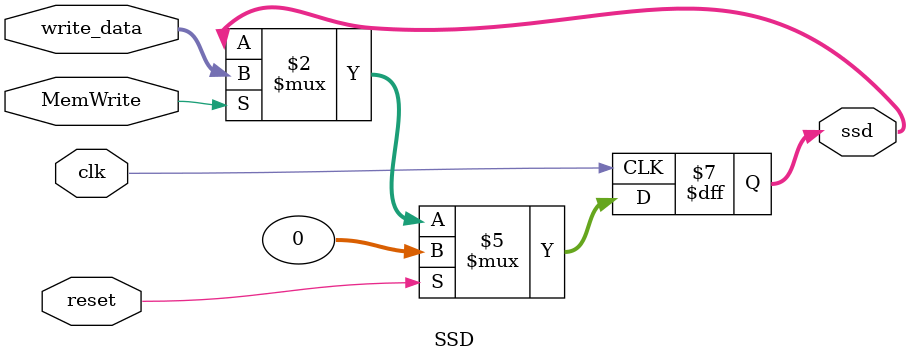
<source format=v>
module SSD(
         clk, reset, MemWrite, write_data, ssd
       );
input clk;
input reset;
input MemWrite;
input [31:0] write_data;
output reg [31:0] ssd;

always @ (posedge clk)
  begin
    if (reset)
      ssd <= 32'h00000000;
    else
      if (MemWrite)
        ssd <= write_data;
  end

endmodule

</source>
